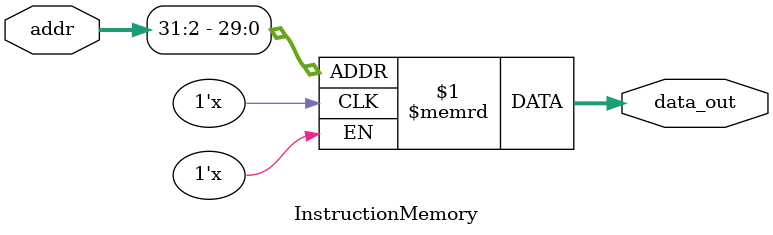
<source format=v>
module InstructionMemory(
    input [31:0] addr,
    output [31:0] data_out
);
  
  /* Module Description:
     - The module has an input addr which is the address of the instruction to be fetched.
     - The module has an output data_out which is the instruction read.
  */
 
    reg [31:0] memory [0:1023];  // 4 KB (1024 locations)
    assign data_out = memory[addr[31:2]];  // word addressing, Least significant 2 bits are zeros
    
endmodule


</source>
